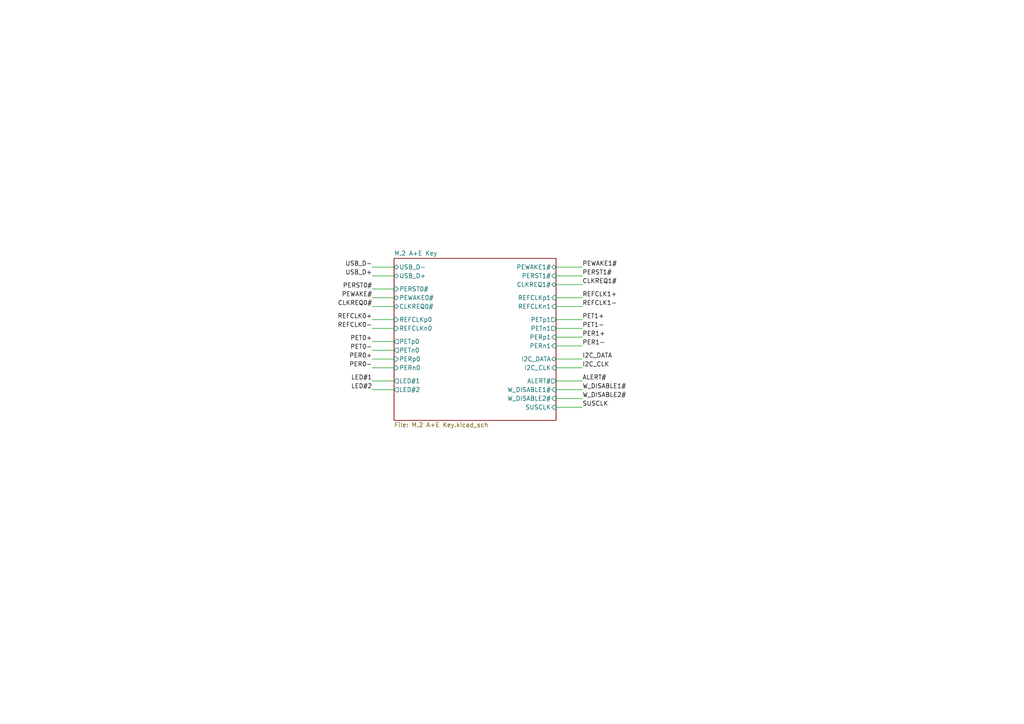
<source format=kicad_sch>
(kicad_sch
	(version 20250114)
	(generator "eeschema")
	(generator_version "9.0")
	(uuid "4d34728f-f797-4590-82df-3aacefbed4f2")
	(paper "A4")
	(lib_symbols)
	(wire
		(pts
			(xy 107.95 99.06) (xy 114.3 99.06)
		)
		(stroke
			(width 0)
			(type default)
		)
		(uuid "083946b4-2611-4930-9504-da9b5338b923")
	)
	(wire
		(pts
			(xy 161.29 77.47) (xy 168.91 77.47)
		)
		(stroke
			(width 0)
			(type default)
		)
		(uuid "14a3c25d-db87-42bd-a25a-70555e08ef98")
	)
	(wire
		(pts
			(xy 161.29 115.57) (xy 168.91 115.57)
		)
		(stroke
			(width 0)
			(type default)
		)
		(uuid "1945fec0-1ac1-4a7c-8989-2f605f1563f1")
	)
	(wire
		(pts
			(xy 107.95 106.68) (xy 114.3 106.68)
		)
		(stroke
			(width 0)
			(type default)
		)
		(uuid "1a6d1dc9-337f-4d15-bdd3-d2fb1df30e29")
	)
	(wire
		(pts
			(xy 161.29 113.03) (xy 168.91 113.03)
		)
		(stroke
			(width 0)
			(type default)
		)
		(uuid "31176b3a-f601-4467-b28c-3552f471c8cd")
	)
	(wire
		(pts
			(xy 161.29 110.49) (xy 168.91 110.49)
		)
		(stroke
			(width 0)
			(type default)
		)
		(uuid "372634e8-34bd-4457-85d3-807083bd6f64")
	)
	(wire
		(pts
			(xy 161.29 92.71) (xy 168.91 92.71)
		)
		(stroke
			(width 0)
			(type default)
		)
		(uuid "57315abf-6bc3-47c7-8ce9-e8f01225a8c3")
	)
	(wire
		(pts
			(xy 107.95 95.25) (xy 114.3 95.25)
		)
		(stroke
			(width 0)
			(type default)
		)
		(uuid "5cfe4742-30a6-4e9a-ba00-532510a8468c")
	)
	(wire
		(pts
			(xy 161.29 88.9) (xy 168.91 88.9)
		)
		(stroke
			(width 0)
			(type default)
		)
		(uuid "5e654f2b-adab-4e75-be21-f67d4ebc4ab9")
	)
	(wire
		(pts
			(xy 161.29 95.25) (xy 168.91 95.25)
		)
		(stroke
			(width 0)
			(type default)
		)
		(uuid "7141fc90-18af-4960-ae2c-4250451642fe")
	)
	(wire
		(pts
			(xy 161.29 97.79) (xy 168.91 97.79)
		)
		(stroke
			(width 0)
			(type default)
		)
		(uuid "7189b87e-0051-42de-bda2-10fee93d20d2")
	)
	(wire
		(pts
			(xy 107.95 77.47) (xy 114.3 77.47)
		)
		(stroke
			(width 0)
			(type default)
		)
		(uuid "767a76bd-17d0-405d-9e6d-4fb740dba43b")
	)
	(wire
		(pts
			(xy 107.95 110.49) (xy 114.3 110.49)
		)
		(stroke
			(width 0)
			(type default)
		)
		(uuid "7c47e6c1-ab8b-4517-aa25-daa0e4aab27b")
	)
	(wire
		(pts
			(xy 107.95 104.14) (xy 114.3 104.14)
		)
		(stroke
			(width 0)
			(type default)
		)
		(uuid "85d43f2c-dd96-43eb-919d-40dc89f0f5cb")
	)
	(wire
		(pts
			(xy 161.29 82.55) (xy 168.91 82.55)
		)
		(stroke
			(width 0)
			(type default)
		)
		(uuid "9e229119-88fa-4bf2-aec5-7aca3b5965ab")
	)
	(wire
		(pts
			(xy 107.95 88.9) (xy 114.3 88.9)
		)
		(stroke
			(width 0)
			(type default)
		)
		(uuid "a09efc76-238b-4c59-89b2-a2be9de94487")
	)
	(wire
		(pts
			(xy 161.29 100.33) (xy 168.91 100.33)
		)
		(stroke
			(width 0)
			(type default)
		)
		(uuid "aa75f59b-0a04-4fcc-9ee2-f3a9d49b9fbe")
	)
	(wire
		(pts
			(xy 161.29 86.36) (xy 168.91 86.36)
		)
		(stroke
			(width 0)
			(type default)
		)
		(uuid "b1f38fde-1e3f-4460-b6dd-0221d92ecb3f")
	)
	(wire
		(pts
			(xy 161.29 106.68) (xy 168.91 106.68)
		)
		(stroke
			(width 0)
			(type default)
		)
		(uuid "b24f00be-817f-45d1-9c0c-d87bfae2c6f9")
	)
	(wire
		(pts
			(xy 107.95 113.03) (xy 114.3 113.03)
		)
		(stroke
			(width 0)
			(type default)
		)
		(uuid "cc6ed853-159f-4b0a-97cb-18aaf495e180")
	)
	(wire
		(pts
			(xy 107.95 83.82) (xy 114.3 83.82)
		)
		(stroke
			(width 0)
			(type default)
		)
		(uuid "d072c416-998d-4e44-912c-131e515f9433")
	)
	(wire
		(pts
			(xy 161.29 104.14) (xy 168.91 104.14)
		)
		(stroke
			(width 0)
			(type default)
		)
		(uuid "d4afa348-fc1f-4ed4-b7f9-add577b7ee4a")
	)
	(wire
		(pts
			(xy 107.95 101.6) (xy 114.3 101.6)
		)
		(stroke
			(width 0)
			(type default)
		)
		(uuid "dfa41586-85a3-40f5-a271-295bd424b158")
	)
	(wire
		(pts
			(xy 161.29 118.11) (xy 168.91 118.11)
		)
		(stroke
			(width 0)
			(type default)
		)
		(uuid "e4d17f28-cfdb-40cd-9e23-c559d7a4638d")
	)
	(wire
		(pts
			(xy 107.95 86.36) (xy 114.3 86.36)
		)
		(stroke
			(width 0)
			(type default)
		)
		(uuid "e9c148b0-8c19-4848-9133-cc8d3af69ca7")
	)
	(wire
		(pts
			(xy 161.29 80.01) (xy 168.91 80.01)
		)
		(stroke
			(width 0)
			(type default)
		)
		(uuid "eaa534fd-1d4e-4cf7-8766-e2fa81350785")
	)
	(wire
		(pts
			(xy 107.95 80.01) (xy 114.3 80.01)
		)
		(stroke
			(width 0)
			(type default)
		)
		(uuid "fa02b13b-9eb7-4718-a9c0-f50daf0e1105")
	)
	(wire
		(pts
			(xy 107.95 92.71) (xy 114.3 92.71)
		)
		(stroke
			(width 0)
			(type default)
		)
		(uuid "fe7730f8-d7c4-4077-9a4e-cc15ab352e65")
	)
	(label "PERST1#"
		(at 168.91 80.01 0)
		(effects
			(font
				(size 1.27 1.27)
			)
			(justify left bottom)
		)
		(uuid "0a9a8409-640e-4ef9-a454-d7f0fce94d9b")
	)
	(label "LED#2"
		(at 107.95 113.03 180)
		(effects
			(font
				(size 1.27 1.27)
			)
			(justify right bottom)
		)
		(uuid "0d800e8b-ed30-4cdd-9275-4a35b8b91f46")
	)
	(label "USB_D+"
		(at 107.95 80.01 180)
		(effects
			(font
				(size 1.27 1.27)
			)
			(justify right bottom)
		)
		(uuid "16257f33-5dbf-4c45-b042-02447e4fb77a")
	)
	(label "REFCLK0+"
		(at 107.95 92.71 180)
		(effects
			(font
				(size 1.27 1.27)
			)
			(justify right bottom)
		)
		(uuid "17632607-fd4a-4e9f-b1fe-feb058695cd3")
	)
	(label "PEWAKE#"
		(at 107.95 86.36 180)
		(effects
			(font
				(size 1.27 1.27)
			)
			(justify right bottom)
		)
		(uuid "22c8e965-2cd2-4476-949f-52e8e594d29c")
	)
	(label "I2C_CLK"
		(at 168.91 106.68 0)
		(effects
			(font
				(size 1.27 1.27)
			)
			(justify left bottom)
		)
		(uuid "24563dc1-1218-4b46-9674-69b82d469398")
	)
	(label "PER0+"
		(at 107.95 104.14 180)
		(effects
			(font
				(size 1.27 1.27)
			)
			(justify right bottom)
		)
		(uuid "37e56f4f-8b7f-440b-bc58-3aac3fc24164")
	)
	(label "LED#1"
		(at 107.95 110.49 180)
		(effects
			(font
				(size 1.27 1.27)
			)
			(justify right bottom)
		)
		(uuid "468bcf88-1f23-45d0-a2a2-55feefd47e72")
	)
	(label "ALERT#"
		(at 168.91 110.49 0)
		(effects
			(font
				(size 1.27 1.27)
			)
			(justify left bottom)
		)
		(uuid "506f162b-303e-4e1d-9dc0-a0d05c2aeabf")
	)
	(label "PER1+"
		(at 168.91 97.79 0)
		(effects
			(font
				(size 1.27 1.27)
			)
			(justify left bottom)
		)
		(uuid "50d42171-7f41-4fcd-9d95-497019616b5a")
	)
	(label "CLKREQ1#"
		(at 168.91 82.55 0)
		(effects
			(font
				(size 1.27 1.27)
			)
			(justify left bottom)
		)
		(uuid "527b0f19-fe39-4e04-81a9-4a2fabec4c7b")
	)
	(label "PER0-"
		(at 107.95 106.68 180)
		(effects
			(font
				(size 1.27 1.27)
			)
			(justify right bottom)
		)
		(uuid "52a3925a-71d6-4572-b673-1134f66f7797")
	)
	(label "SUSCLK"
		(at 168.91 118.11 0)
		(effects
			(font
				(size 1.27 1.27)
			)
			(justify left bottom)
		)
		(uuid "55af9dee-ae1b-4224-b559-b060921b32bf")
	)
	(label "PET0-"
		(at 107.95 101.6 180)
		(effects
			(font
				(size 1.27 1.27)
			)
			(justify right bottom)
		)
		(uuid "58dfb78f-a548-4508-9b49-9d30b1f39eef")
	)
	(label "PET1+"
		(at 168.91 92.71 0)
		(effects
			(font
				(size 1.27 1.27)
			)
			(justify left bottom)
		)
		(uuid "5f8a6a46-0600-4829-9281-fd61ec9b99bb")
	)
	(label "W_DISABLE2#"
		(at 168.91 115.57 0)
		(effects
			(font
				(size 1.27 1.27)
			)
			(justify left bottom)
		)
		(uuid "656bf6e2-e93b-47ed-9cef-1390476e71ee")
	)
	(label "PERST0#"
		(at 107.95 83.82 180)
		(effects
			(font
				(size 1.27 1.27)
			)
			(justify right bottom)
		)
		(uuid "6aa6cd9f-0312-4756-96cd-d9727697be78")
	)
	(label "REFCLK1-"
		(at 168.91 88.9 0)
		(effects
			(font
				(size 1.27 1.27)
			)
			(justify left bottom)
		)
		(uuid "7e16a5c9-9cbf-45dd-9078-0cbbb36428a9")
	)
	(label "CLKREQ0#"
		(at 107.95 88.9 180)
		(effects
			(font
				(size 1.27 1.27)
			)
			(justify right bottom)
		)
		(uuid "8a394718-a589-4c15-a7f1-016d167ca3f8")
	)
	(label "PER1-"
		(at 168.91 100.33 0)
		(effects
			(font
				(size 1.27 1.27)
			)
			(justify left bottom)
		)
		(uuid "a72d49e4-aded-4782-96f6-b5b3c70b78bd")
	)
	(label "REFCLK0-"
		(at 107.95 95.25 180)
		(effects
			(font
				(size 1.27 1.27)
			)
			(justify right bottom)
		)
		(uuid "b1901d96-2846-43b8-9713-1b3ad7cf6997")
	)
	(label "W_DISABLE1#"
		(at 168.91 113.03 0)
		(effects
			(font
				(size 1.27 1.27)
			)
			(justify left bottom)
		)
		(uuid "b4aa9542-2ae5-4571-bc28-59a2ab25ddae")
	)
	(label "USB_D-"
		(at 107.95 77.47 180)
		(effects
			(font
				(size 1.27 1.27)
			)
			(justify right bottom)
		)
		(uuid "b54c9818-ce42-4f4c-9206-ae49e96042f1")
	)
	(label "REFCLK1+"
		(at 168.91 86.36 0)
		(effects
			(font
				(size 1.27 1.27)
			)
			(justify left bottom)
		)
		(uuid "c99f6998-4914-441a-b9bb-7e5514042bbd")
	)
	(label "PEWAKE1#"
		(at 168.91 77.47 0)
		(effects
			(font
				(size 1.27 1.27)
			)
			(justify left bottom)
		)
		(uuid "d17fdb77-424a-4a3f-959b-02e80f879ad3")
	)
	(label "I2C_DATA"
		(at 168.91 104.14 0)
		(effects
			(font
				(size 1.27 1.27)
			)
			(justify left bottom)
		)
		(uuid "eb2a81ea-6833-48f1-92d2-a2e0751c4cb2")
	)
	(label "PET1-"
		(at 168.91 95.25 0)
		(effects
			(font
				(size 1.27 1.27)
			)
			(justify left bottom)
		)
		(uuid "f5fd8c96-8bee-4139-93fb-8b2e09dc7d58")
	)
	(label "PET0+"
		(at 107.95 99.06 180)
		(effects
			(font
				(size 1.27 1.27)
			)
			(justify right bottom)
		)
		(uuid "ff9663f8-8973-4496-aff5-1cefadc8e9e5")
	)
	(sheet
		(at 114.3 74.93)
		(size 46.99 46.99)
		(exclude_from_sim no)
		(in_bom yes)
		(on_board yes)
		(dnp no)
		(fields_autoplaced yes)
		(stroke
			(width 0.1524)
			(type solid)
		)
		(fill
			(color 0 0 0 0.0000)
		)
		(uuid "e672ad10-4aa3-42e1-b04d-523470188d9b")
		(property "Sheetname" "M.2 A+E Key"
			(at 114.3 74.2184 0)
			(effects
				(font
					(size 1.27 1.27)
				)
				(justify left bottom)
			)
		)
		(property "Sheetfile" "M.2 A+E Key.kicad_sch"
			(at 114.3 122.5046 0)
			(effects
				(font
					(size 1.27 1.27)
				)
				(justify left top)
			)
		)
		(pin "USB_D+" bidirectional
			(at 114.3 80.01 180)
			(uuid "456973b6-f729-43af-b768-fed1ce4e3f98")
			(effects
				(font
					(size 1.27 1.27)
				)
				(justify left)
			)
		)
		(pin "USB_D-" bidirectional
			(at 114.3 77.47 180)
			(uuid "254031b7-a8e4-4763-8757-fc4247709a5f")
			(effects
				(font
					(size 1.27 1.27)
				)
				(justify left)
			)
		)
		(pin "CLKREQ0#" bidirectional
			(at 114.3 88.9 180)
			(uuid "7c8c46bd-add5-4910-88b6-ef26f39b852e")
			(effects
				(font
					(size 1.27 1.27)
				)
				(justify left)
			)
		)
		(pin "PEWAKE0#" bidirectional
			(at 114.3 86.36 180)
			(uuid "1330e354-7ace-44d9-b7d3-38697cd61903")
			(effects
				(font
					(size 1.27 1.27)
				)
				(justify left)
			)
		)
		(pin "PERST0#" input
			(at 114.3 83.82 180)
			(uuid "c2688e16-d308-4af3-a3d4-2a462e68701e")
			(effects
				(font
					(size 1.27 1.27)
				)
				(justify left)
			)
		)
		(pin "REFCLKn0" input
			(at 114.3 95.25 180)
			(uuid "00bdcdd3-2c6e-457d-9266-a62bda06cb47")
			(effects
				(font
					(size 1.27 1.27)
				)
				(justify left)
			)
		)
		(pin "REFCLKp0" input
			(at 114.3 92.71 180)
			(uuid "482d0857-d081-41ff-aa43-fe4d11a6995b")
			(effects
				(font
					(size 1.27 1.27)
				)
				(justify left)
			)
		)
		(pin "PETp0" output
			(at 114.3 99.06 180)
			(uuid "3ec4f5b0-3efa-4e47-8b1b-221f29123403")
			(effects
				(font
					(size 1.27 1.27)
				)
				(justify left)
			)
		)
		(pin "PETn0" output
			(at 114.3 101.6 180)
			(uuid "02989443-bf33-4fab-a30d-e2dfb83e7764")
			(effects
				(font
					(size 1.27 1.27)
				)
				(justify left)
			)
		)
		(pin "PERp0" input
			(at 114.3 104.14 180)
			(uuid "b3b7a5b3-f0a2-4a84-a9e5-e64420320a92")
			(effects
				(font
					(size 1.27 1.27)
				)
				(justify left)
			)
		)
		(pin "PERn0" input
			(at 114.3 106.68 180)
			(uuid "0d74390c-2e51-434a-a941-47628f0ae18e")
			(effects
				(font
					(size 1.27 1.27)
				)
				(justify left)
			)
		)
		(pin "PEWAKE1#" bidirectional
			(at 161.29 77.47 0)
			(uuid "dae58088-5aab-439e-9138-e4e5c03cb522")
			(effects
				(font
					(size 1.27 1.27)
				)
				(justify right)
			)
		)
		(pin "PERST1#" input
			(at 161.29 80.01 0)
			(uuid "8716b48c-ebdd-4233-ae5f-c1f809e70e40")
			(effects
				(font
					(size 1.27 1.27)
				)
				(justify right)
			)
		)
		(pin "CLKREQ1#" bidirectional
			(at 161.29 82.55 0)
			(uuid "2d319494-e4b2-4425-bc05-974083439ecd")
			(effects
				(font
					(size 1.27 1.27)
				)
				(justify right)
			)
		)
		(pin "REFCLKn1" input
			(at 161.29 88.9 0)
			(uuid "9cb2a38c-f5a9-454d-9714-fc55d81be430")
			(effects
				(font
					(size 1.27 1.27)
				)
				(justify right)
			)
		)
		(pin "REFCLKp1" input
			(at 161.29 86.36 0)
			(uuid "ca1657cc-2d35-4ce6-a62a-69e252d076a2")
			(effects
				(font
					(size 1.27 1.27)
				)
				(justify right)
			)
		)
		(pin "PETp1" output
			(at 161.29 92.71 0)
			(uuid "6d90e85b-a70a-4798-8d8d-687cc85848e7")
			(effects
				(font
					(size 1.27 1.27)
				)
				(justify right)
			)
		)
		(pin "PETn1" output
			(at 161.29 95.25 0)
			(uuid "0bca8935-ff3b-4623-9acc-755fa78cb6bd")
			(effects
				(font
					(size 1.27 1.27)
				)
				(justify right)
			)
		)
		(pin "PERp1" input
			(at 161.29 97.79 0)
			(uuid "9605d270-bbe4-4683-9933-44f199787db7")
			(effects
				(font
					(size 1.27 1.27)
				)
				(justify right)
			)
		)
		(pin "PERn1" input
			(at 161.29 100.33 0)
			(uuid "f0f20185-b427-409f-92c4-b834a39e91d7")
			(effects
				(font
					(size 1.27 1.27)
				)
				(justify right)
			)
		)
		(pin "I2C_CLK" input
			(at 161.29 106.68 0)
			(uuid "8f519ff6-4657-4767-956a-f61b6f88e80f")
			(effects
				(font
					(size 1.27 1.27)
				)
				(justify right)
			)
		)
		(pin "I2C_DATA" bidirectional
			(at 161.29 104.14 0)
			(uuid "4713544d-7b51-4419-8372-4a8321c967ce")
			(effects
				(font
					(size 1.27 1.27)
				)
				(justify right)
			)
		)
		(pin "W_DISABLE1#" input
			(at 161.29 113.03 0)
			(uuid "228e9c39-ae09-49aa-a3bb-790b5bc32c3e")
			(effects
				(font
					(size 1.27 1.27)
				)
				(justify right)
			)
		)
		(pin "SUSCLK" input
			(at 161.29 118.11 0)
			(uuid "63b5ce80-4888-43e4-82b8-4cb0959d7183")
			(effects
				(font
					(size 1.27 1.27)
				)
				(justify right)
			)
		)
		(pin "W_DISABLE2#" input
			(at 161.29 115.57 0)
			(uuid "0db0f436-bd6c-4363-9685-aea59b60139d")
			(effects
				(font
					(size 1.27 1.27)
				)
				(justify right)
			)
		)
		(pin "ALERT#" output
			(at 161.29 110.49 0)
			(uuid "074e1a97-0359-42f1-8434-0cfee1250443")
			(effects
				(font
					(size 1.27 1.27)
				)
				(justify right)
			)
		)
		(pin "LED#2" output
			(at 114.3 113.03 180)
			(uuid "e328c0b4-0958-4cbc-a9b8-1bd99643ee65")
			(effects
				(font
					(size 1.27 1.27)
				)
				(justify left)
			)
		)
		(pin "LED#1" output
			(at 114.3 110.49 180)
			(uuid "72ebfa22-3fb9-422f-af17-6a91727e074d")
			(effects
				(font
					(size 1.27 1.27)
				)
				(justify left)
			)
		)
		(instances
			(project "M.2 A+E Key 2260"
				(path "/4d34728f-f797-4590-82df-3aacefbed4f2"
					(page "2")
				)
			)
		)
	)
	(sheet_instances
		(path "/"
			(page "1")
		)
	)
	(embedded_fonts no)
)

</source>
